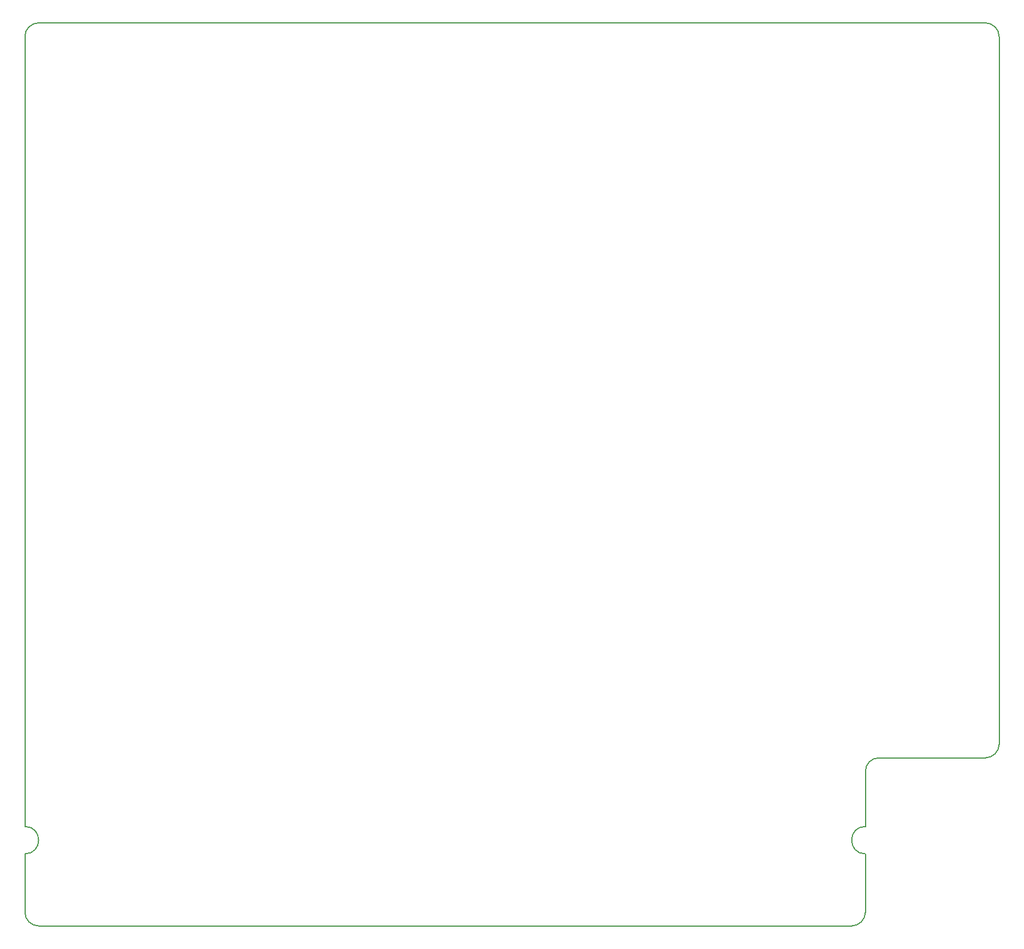
<source format=gbr>
G04 #@! TF.GenerationSoftware,KiCad,Pcbnew,(5.0.2)-1*
G04 #@! TF.CreationDate,2019-03-05T00:15:57-06:00*
G04 #@! TF.ProjectId,ODriveInterfacingBoard,4f447269-7665-4496-9e74-657266616369,rev?*
G04 #@! TF.SameCoordinates,Original*
G04 #@! TF.FileFunction,Profile,NP*
%FSLAX46Y46*%
G04 Gerber Fmt 4.6, Leading zero omitted, Abs format (unit mm)*
G04 Created by KiCad (PCBNEW (5.0.2)-1) date 3/5/2019 12:15:57 AM*
%MOMM*%
%LPD*%
G01*
G04 APERTURE LIST*
%ADD10C,0.150000*%
G04 APERTURE END LIST*
D10*
X179324000Y-147320000D02*
X179324000Y-42545000D01*
X37084000Y-40513000D02*
X177292000Y-40513000D01*
X35052000Y-42545000D02*
X35052000Y-159512000D01*
X35052000Y-42545000D02*
G75*
G02X37084000Y-40513000I2032000J0D01*
G01*
X159512000Y-172212000D02*
G75*
G02X157480000Y-174244000I-2032000J0D01*
G01*
X159512000Y-163576000D02*
G75*
G02X159512000Y-159512000I0J2032000D01*
G01*
X159512000Y-151384000D02*
G75*
G02X161544000Y-149352000I2032000J0D01*
G01*
X179324000Y-147320000D02*
G75*
G02X177292000Y-149352000I-2032000J0D01*
G01*
X177292000Y-40513000D02*
G75*
G02X179324000Y-42545000I0J-2032000D01*
G01*
X35052000Y-159512000D02*
G75*
G02X35052000Y-163576000I0J-2032000D01*
G01*
X37084000Y-174244000D02*
G75*
G02X35052000Y-172212000I0J2032000D01*
G01*
X157480000Y-174244000D02*
X37084000Y-174244000D01*
X159512000Y-163576000D02*
X159512000Y-172212000D01*
X159512000Y-151384000D02*
X159512000Y-159512000D01*
X177292000Y-149352000D02*
X161544000Y-149352000D01*
X35052000Y-172212000D02*
X35052000Y-163576000D01*
M02*

</source>
